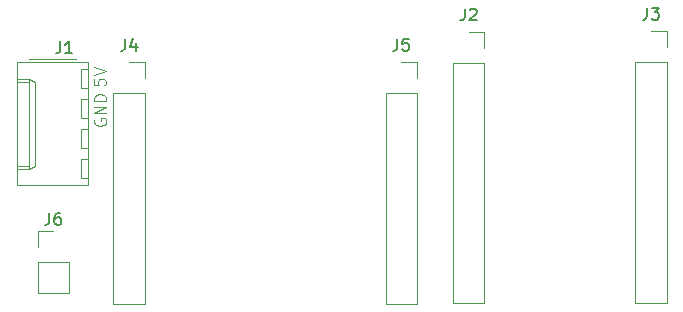
<source format=gbr>
%TF.GenerationSoftware,KiCad,Pcbnew,7.0.11-7.0.11~ubuntu22.04.1*%
%TF.CreationDate,2024-11-08T22:36:37-03:00*%
%TF.ProjectId,esp32cam_board,65737033-3263-4616-9d5f-626f6172642e,rev?*%
%TF.SameCoordinates,Original*%
%TF.FileFunction,Legend,Top*%
%TF.FilePolarity,Positive*%
%FSLAX46Y46*%
G04 Gerber Fmt 4.6, Leading zero omitted, Abs format (unit mm)*
G04 Created by KiCad (PCBNEW 7.0.11-7.0.11~ubuntu22.04.1) date 2024-11-08 22:36:37*
%MOMM*%
%LPD*%
G01*
G04 APERTURE LIST*
%ADD10C,0.100000*%
%ADD11C,0.150000*%
%ADD12C,0.120000*%
G04 APERTURE END LIST*
D10*
X96500038Y-77032306D02*
X96452419Y-77127544D01*
X96452419Y-77127544D02*
X96452419Y-77270401D01*
X96452419Y-77270401D02*
X96500038Y-77413258D01*
X96500038Y-77413258D02*
X96595276Y-77508496D01*
X96595276Y-77508496D02*
X96690514Y-77556115D01*
X96690514Y-77556115D02*
X96880990Y-77603734D01*
X96880990Y-77603734D02*
X97023847Y-77603734D01*
X97023847Y-77603734D02*
X97214323Y-77556115D01*
X97214323Y-77556115D02*
X97309561Y-77508496D01*
X97309561Y-77508496D02*
X97404800Y-77413258D01*
X97404800Y-77413258D02*
X97452419Y-77270401D01*
X97452419Y-77270401D02*
X97452419Y-77175163D01*
X97452419Y-77175163D02*
X97404800Y-77032306D01*
X97404800Y-77032306D02*
X97357180Y-76984687D01*
X97357180Y-76984687D02*
X97023847Y-76984687D01*
X97023847Y-76984687D02*
X97023847Y-77175163D01*
X97452419Y-76556115D02*
X96452419Y-76556115D01*
X96452419Y-76556115D02*
X97452419Y-75984687D01*
X97452419Y-75984687D02*
X96452419Y-75984687D01*
X97452419Y-75508496D02*
X96452419Y-75508496D01*
X96452419Y-75508496D02*
X96452419Y-75270401D01*
X96452419Y-75270401D02*
X96500038Y-75127544D01*
X96500038Y-75127544D02*
X96595276Y-75032306D01*
X96595276Y-75032306D02*
X96690514Y-74984687D01*
X96690514Y-74984687D02*
X96880990Y-74937068D01*
X96880990Y-74937068D02*
X97023847Y-74937068D01*
X97023847Y-74937068D02*
X97214323Y-74984687D01*
X97214323Y-74984687D02*
X97309561Y-75032306D01*
X97309561Y-75032306D02*
X97404800Y-75127544D01*
X97404800Y-75127544D02*
X97452419Y-75270401D01*
X97452419Y-75270401D02*
X97452419Y-75508496D01*
X96412419Y-73659925D02*
X96412419Y-74136115D01*
X96412419Y-74136115D02*
X96888609Y-74183734D01*
X96888609Y-74183734D02*
X96840990Y-74136115D01*
X96840990Y-74136115D02*
X96793371Y-74040877D01*
X96793371Y-74040877D02*
X96793371Y-73802782D01*
X96793371Y-73802782D02*
X96840990Y-73707544D01*
X96840990Y-73707544D02*
X96888609Y-73659925D01*
X96888609Y-73659925D02*
X96983847Y-73612306D01*
X96983847Y-73612306D02*
X97221942Y-73612306D01*
X97221942Y-73612306D02*
X97317180Y-73659925D01*
X97317180Y-73659925D02*
X97364800Y-73707544D01*
X97364800Y-73707544D02*
X97412419Y-73802782D01*
X97412419Y-73802782D02*
X97412419Y-74040877D01*
X97412419Y-74040877D02*
X97364800Y-74136115D01*
X97364800Y-74136115D02*
X97317180Y-74183734D01*
X96412419Y-73326591D02*
X97412419Y-72993258D01*
X97412419Y-72993258D02*
X96412419Y-72659925D01*
D11*
X122116666Y-70234819D02*
X122116666Y-70949104D01*
X122116666Y-70949104D02*
X122069047Y-71091961D01*
X122069047Y-71091961D02*
X121973809Y-71187200D01*
X121973809Y-71187200D02*
X121830952Y-71234819D01*
X121830952Y-71234819D02*
X121735714Y-71234819D01*
X123069047Y-70234819D02*
X122592857Y-70234819D01*
X122592857Y-70234819D02*
X122545238Y-70711009D01*
X122545238Y-70711009D02*
X122592857Y-70663390D01*
X122592857Y-70663390D02*
X122688095Y-70615771D01*
X122688095Y-70615771D02*
X122926190Y-70615771D01*
X122926190Y-70615771D02*
X123021428Y-70663390D01*
X123021428Y-70663390D02*
X123069047Y-70711009D01*
X123069047Y-70711009D02*
X123116666Y-70806247D01*
X123116666Y-70806247D02*
X123116666Y-71044342D01*
X123116666Y-71044342D02*
X123069047Y-71139580D01*
X123069047Y-71139580D02*
X123021428Y-71187200D01*
X123021428Y-71187200D02*
X122926190Y-71234819D01*
X122926190Y-71234819D02*
X122688095Y-71234819D01*
X122688095Y-71234819D02*
X122592857Y-71187200D01*
X122592857Y-71187200D02*
X122545238Y-71139580D01*
X92656666Y-84979819D02*
X92656666Y-85694104D01*
X92656666Y-85694104D02*
X92609047Y-85836961D01*
X92609047Y-85836961D02*
X92513809Y-85932200D01*
X92513809Y-85932200D02*
X92370952Y-85979819D01*
X92370952Y-85979819D02*
X92275714Y-85979819D01*
X93561428Y-84979819D02*
X93370952Y-84979819D01*
X93370952Y-84979819D02*
X93275714Y-85027438D01*
X93275714Y-85027438D02*
X93228095Y-85075057D01*
X93228095Y-85075057D02*
X93132857Y-85217914D01*
X93132857Y-85217914D02*
X93085238Y-85408390D01*
X93085238Y-85408390D02*
X93085238Y-85789342D01*
X93085238Y-85789342D02*
X93132857Y-85884580D01*
X93132857Y-85884580D02*
X93180476Y-85932200D01*
X93180476Y-85932200D02*
X93275714Y-85979819D01*
X93275714Y-85979819D02*
X93466190Y-85979819D01*
X93466190Y-85979819D02*
X93561428Y-85932200D01*
X93561428Y-85932200D02*
X93609047Y-85884580D01*
X93609047Y-85884580D02*
X93656666Y-85789342D01*
X93656666Y-85789342D02*
X93656666Y-85551247D01*
X93656666Y-85551247D02*
X93609047Y-85456009D01*
X93609047Y-85456009D02*
X93561428Y-85408390D01*
X93561428Y-85408390D02*
X93466190Y-85360771D01*
X93466190Y-85360771D02*
X93275714Y-85360771D01*
X93275714Y-85360771D02*
X93180476Y-85408390D01*
X93180476Y-85408390D02*
X93132857Y-85456009D01*
X93132857Y-85456009D02*
X93085238Y-85551247D01*
X99066666Y-70254819D02*
X99066666Y-70969104D01*
X99066666Y-70969104D02*
X99019047Y-71111961D01*
X99019047Y-71111961D02*
X98923809Y-71207200D01*
X98923809Y-71207200D02*
X98780952Y-71254819D01*
X98780952Y-71254819D02*
X98685714Y-71254819D01*
X99971428Y-70588152D02*
X99971428Y-71254819D01*
X99733333Y-70207200D02*
X99495238Y-70921485D01*
X99495238Y-70921485D02*
X100114285Y-70921485D01*
X127816666Y-67684819D02*
X127816666Y-68399104D01*
X127816666Y-68399104D02*
X127769047Y-68541961D01*
X127769047Y-68541961D02*
X127673809Y-68637200D01*
X127673809Y-68637200D02*
X127530952Y-68684819D01*
X127530952Y-68684819D02*
X127435714Y-68684819D01*
X128245238Y-67780057D02*
X128292857Y-67732438D01*
X128292857Y-67732438D02*
X128388095Y-67684819D01*
X128388095Y-67684819D02*
X128626190Y-67684819D01*
X128626190Y-67684819D02*
X128721428Y-67732438D01*
X128721428Y-67732438D02*
X128769047Y-67780057D01*
X128769047Y-67780057D02*
X128816666Y-67875295D01*
X128816666Y-67875295D02*
X128816666Y-67970533D01*
X128816666Y-67970533D02*
X128769047Y-68113390D01*
X128769047Y-68113390D02*
X128197619Y-68684819D01*
X128197619Y-68684819D02*
X128816666Y-68684819D01*
X143251666Y-67614819D02*
X143251666Y-68329104D01*
X143251666Y-68329104D02*
X143204047Y-68471961D01*
X143204047Y-68471961D02*
X143108809Y-68567200D01*
X143108809Y-68567200D02*
X142965952Y-68614819D01*
X142965952Y-68614819D02*
X142870714Y-68614819D01*
X143632619Y-67614819D02*
X144251666Y-67614819D01*
X144251666Y-67614819D02*
X143918333Y-67995771D01*
X143918333Y-67995771D02*
X144061190Y-67995771D01*
X144061190Y-67995771D02*
X144156428Y-68043390D01*
X144156428Y-68043390D02*
X144204047Y-68091009D01*
X144204047Y-68091009D02*
X144251666Y-68186247D01*
X144251666Y-68186247D02*
X144251666Y-68424342D01*
X144251666Y-68424342D02*
X144204047Y-68519580D01*
X144204047Y-68519580D02*
X144156428Y-68567200D01*
X144156428Y-68567200D02*
X144061190Y-68614819D01*
X144061190Y-68614819D02*
X143775476Y-68614819D01*
X143775476Y-68614819D02*
X143680238Y-68567200D01*
X143680238Y-68567200D02*
X143632619Y-68519580D01*
X93556666Y-70464819D02*
X93556666Y-71179104D01*
X93556666Y-71179104D02*
X93509047Y-71321961D01*
X93509047Y-71321961D02*
X93413809Y-71417200D01*
X93413809Y-71417200D02*
X93270952Y-71464819D01*
X93270952Y-71464819D02*
X93175714Y-71464819D01*
X94556666Y-71464819D02*
X93985238Y-71464819D01*
X94270952Y-71464819D02*
X94270952Y-70464819D01*
X94270952Y-70464819D02*
X94175714Y-70607676D01*
X94175714Y-70607676D02*
X94080476Y-70702914D01*
X94080476Y-70702914D02*
X93985238Y-70750533D01*
D12*
%TO.C,J5*%
X121120000Y-74820000D02*
X121120000Y-92660000D01*
X121120000Y-74820000D02*
X123780000Y-74820000D01*
X121120000Y-92660000D02*
X123780000Y-92660000D01*
X122450000Y-72220000D02*
X123780000Y-72220000D01*
X123780000Y-72220000D02*
X123780000Y-73550000D01*
X123780000Y-74820000D02*
X123780000Y-92660000D01*
%TO.C,J6*%
X91660000Y-86525000D02*
X92990000Y-86525000D01*
X91660000Y-87855000D02*
X91660000Y-86525000D01*
X91660000Y-89125000D02*
X91660000Y-91725000D01*
X91660000Y-89125000D02*
X94320000Y-89125000D01*
X91660000Y-91725000D02*
X94320000Y-91725000D01*
X94320000Y-89125000D02*
X94320000Y-91725000D01*
%TO.C,J4*%
X98070000Y-74840000D02*
X98070000Y-92680000D01*
X98070000Y-74840000D02*
X100730000Y-74840000D01*
X98070000Y-92680000D02*
X100730000Y-92680000D01*
X99400000Y-72240000D02*
X100730000Y-72240000D01*
X100730000Y-72240000D02*
X100730000Y-73570000D01*
X100730000Y-74840000D02*
X100730000Y-92680000D01*
%TO.C,J2*%
X126820000Y-72270000D02*
X126820000Y-92650000D01*
X126820000Y-72270000D02*
X129480000Y-72270000D01*
X126820000Y-92650000D02*
X129480000Y-92650000D01*
X128150000Y-69670000D02*
X129480000Y-69670000D01*
X129480000Y-69670000D02*
X129480000Y-71000000D01*
X129480000Y-72270000D02*
X129480000Y-92650000D01*
%TO.C,J3*%
X142255000Y-72200000D02*
X142255000Y-92580000D01*
X142255000Y-72200000D02*
X144915000Y-72200000D01*
X142255000Y-92580000D02*
X144915000Y-92580000D01*
X143585000Y-69600000D02*
X144915000Y-69600000D01*
X144915000Y-69600000D02*
X144915000Y-70930000D01*
X144915000Y-72200000D02*
X144915000Y-92580000D01*
%TO.C,J1*%
X94900000Y-71950000D02*
X90900000Y-71950000D01*
X95930000Y-72240000D02*
X89910000Y-72240000D01*
X89910000Y-72240000D02*
X89910000Y-82620000D01*
X95930000Y-72820000D02*
X95330000Y-72820000D01*
X95330000Y-72820000D02*
X95330000Y-74420000D01*
X90910000Y-73620000D02*
X91440000Y-73870000D01*
X90910000Y-73620000D02*
X90910000Y-81240000D01*
X89910000Y-73620000D02*
X90910000Y-73620000D01*
X91440000Y-73870000D02*
X91440000Y-80990000D01*
X89910000Y-73870000D02*
X90910000Y-73870000D01*
X95330000Y-74420000D02*
X95930000Y-74420000D01*
X95930000Y-75360000D02*
X95330000Y-75360000D01*
X95330000Y-75360000D02*
X95330000Y-76960000D01*
X95330000Y-76960000D02*
X95930000Y-76960000D01*
X95930000Y-77900000D02*
X95330000Y-77900000D01*
X95330000Y-77900000D02*
X95330000Y-79500000D01*
X95330000Y-79500000D02*
X95930000Y-79500000D01*
X95930000Y-80440000D02*
X95330000Y-80440000D01*
X95330000Y-80440000D02*
X95330000Y-82040000D01*
X91440000Y-80990000D02*
X90910000Y-81240000D01*
X89910000Y-80990000D02*
X90910000Y-80990000D01*
X90910000Y-81240000D02*
X89910000Y-81240000D01*
X95330000Y-82040000D02*
X95930000Y-82040000D01*
X95930000Y-82620000D02*
X95930000Y-72240000D01*
X89910000Y-82620000D02*
X95930000Y-82620000D01*
%TD*%
M02*

</source>
